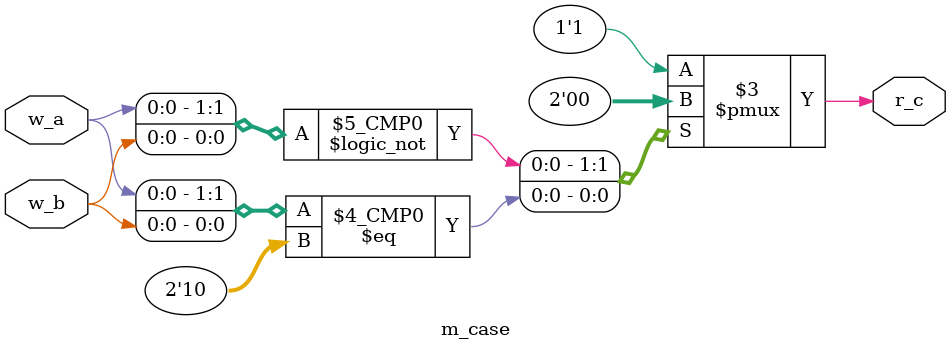
<source format=v>
module m_case(w_a, w_b, r_c);
  input wire w_a, w_b;
  output reg r_c;
  always@(*) case ({ w_a, w_b })
               2'b00  : r_c <= 0;
               2'b01  : r_c <= 1;
               2'b10  : r_c <= 0;
               default: r_c <= 1;
             endcase
endmodule

</source>
